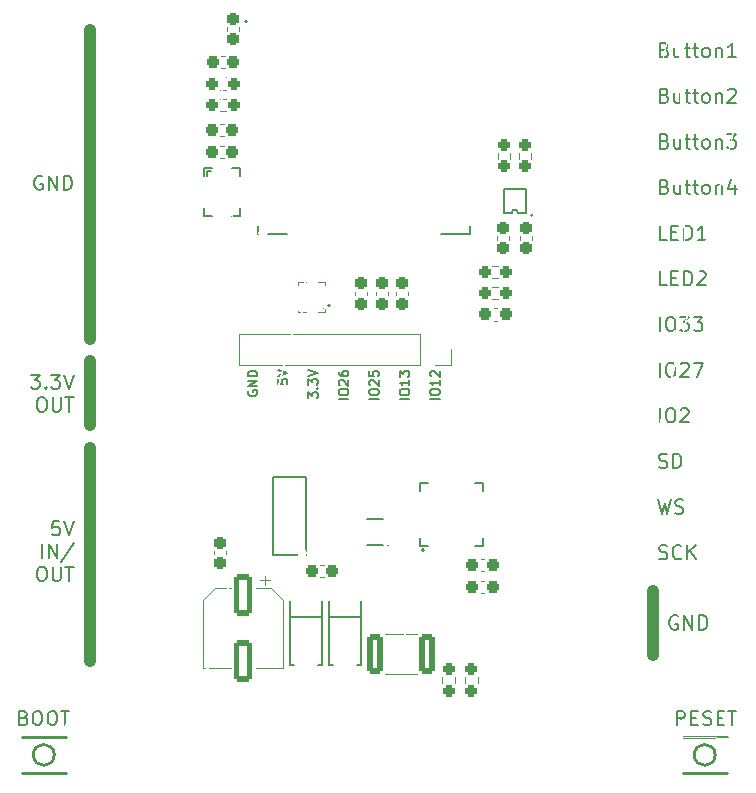
<source format=gbr>
%TF.GenerationSoftware,KiCad,Pcbnew,(6.0.6-0)*%
%TF.CreationDate,2022-07-11T10:49:36+02:00*%
%TF.ProjectId,GlowCore,476c6f77-436f-4726-952e-6b696361645f,rev?*%
%TF.SameCoordinates,Original*%
%TF.FileFunction,Legend,Top*%
%TF.FilePolarity,Positive*%
%FSLAX46Y46*%
G04 Gerber Fmt 4.6, Leading zero omitted, Abs format (unit mm)*
G04 Created by KiCad (PCBNEW (6.0.6-0)) date 2022-07-11 10:49:36*
%MOMM*%
%LPD*%
G01*
G04 APERTURE LIST*
G04 Aperture macros list*
%AMRoundRect*
0 Rectangle with rounded corners*
0 $1 Rounding radius*
0 $2 $3 $4 $5 $6 $7 $8 $9 X,Y pos of 4 corners*
0 Add a 4 corners polygon primitive as box body*
4,1,4,$2,$3,$4,$5,$6,$7,$8,$9,$2,$3,0*
0 Add four circle primitives for the rounded corners*
1,1,$1+$1,$2,$3*
1,1,$1+$1,$4,$5*
1,1,$1+$1,$6,$7*
1,1,$1+$1,$8,$9*
0 Add four rect primitives between the rounded corners*
20,1,$1+$1,$2,$3,$4,$5,0*
20,1,$1+$1,$4,$5,$6,$7,0*
20,1,$1+$1,$6,$7,$8,$9,0*
20,1,$1+$1,$8,$9,$2,$3,0*%
%AMFreePoly0*
4,1,112,3.105582,3.191654,3.458980,3.129341,3.803230,3.028022,4.134041,2.888962,4.447289,2.713894,4.739071,2.504999,5.005748,2.264881,5.243998,1.996534,5.450851,1.703301,5.623729,1.388838,5.760476,1.057065,5.859388,0.712116,5.919233,0.358291,5.939265,0.000000,5.938012,-0.089748,5.907984,-0.447339,5.838283,-0.799355,5.729777,-1.141408,5.583820,-1.469234,5.402230,-1.778747,
5.187270,-2.066090,4.941620,-2.327680,4.668342,-2.560258,4.370841,-2.760925,4.052827,-2.927179,3.718263,-3.056948,3.371318,-3.148614,3.016317,-3.201036,2.657686,-3.213560,2.299893,-3.186029,1.947399,-3.118788,1.604597,-3.012673,1.275760,-2.869007,0.964987,-2.689582,0.676150,-2.476634,0.412851,-2.232816,0.178371,-1.961168,-0.024367,-1.665076,-0.192837,-1.348230,-0.324939,-1.014580,
-0.419026,-0.668283,-0.473925,-0.313657,-0.481420,-0.134825,-0.481581,-0.134460,-0.499164,0.000000,0.505984,0.000000,0.524968,-0.289640,0.581595,-0.574324,0.674897,-0.849181,0.803276,-1.109508,0.964536,-1.350851,1.155919,-1.569081,1.374149,-1.760464,1.615492,-1.921724,1.875819,-2.050103,2.150676,-2.143405,2.435360,-2.200032,2.725000,-2.219016,3.014640,-2.200032,3.299324,-2.143405,
3.574181,-2.050103,3.834508,-1.921724,4.075851,-1.760464,4.294081,-1.569081,4.485464,-1.350851,4.646724,-1.109508,4.775103,-0.849181,4.868405,-0.574324,4.925032,-0.289640,4.944016,0.000000,4.925032,0.289640,4.868405,0.574324,4.775103,0.849181,4.646724,1.109508,4.485464,1.350851,4.294081,1.569081,4.075851,1.760464,3.834508,1.921724,3.574181,2.050103,3.299324,2.143405,
3.014640,2.200032,2.725000,2.219016,2.435360,2.200032,2.150676,2.143405,1.875819,2.050103,1.615492,1.921724,1.374149,1.760464,1.155919,1.569081,0.964536,1.350851,0.803276,1.109508,0.674897,0.849181,0.581595,0.574324,0.524968,0.289640,0.505984,0.000000,-0.499164,0.000000,-0.499963,0.006109,-0.484897,0.102868,-0.463920,0.402854,-0.399140,0.755809,-0.295421,1.099343,
-0.154055,1.429175,0.023196,1.741194,0.234123,2.031510,0.476097,2.296505,0.746101,2.532875,1.040770,2.737676,1.356433,2.908354,1.689153,3.042782,2.034784,3.139284,2.389018,3.196657,2.747440,3.214187,3.105582,3.191654,3.105582,3.191654,$1*%
G04 Aperture macros list end*
%ADD10C,1.000000*%
%ADD11C,0.200000*%
%ADD12C,0.120000*%
%ADD13C,0.127000*%
%ADD14C,0.300000*%
%ADD15C,0.254001*%
%ADD16C,0.131597*%
%ADD17C,0.059995*%
%ADD18C,0.152400*%
%ADD19C,0.100000*%
%ADD20C,0.150013*%
%ADD21C,0.151994*%
%ADD22RoundRect,0.237500X0.237500X-0.300000X0.237500X0.300000X-0.237500X0.300000X-0.237500X-0.300000X0*%
%ADD23RoundRect,0.250000X-0.550000X1.500000X-0.550000X-1.500000X0.550000X-1.500000X0.550000X1.500000X0*%
%ADD24R,2.000000X0.900000*%
%ADD25R,0.900000X2.000000*%
%ADD26R,1.330000X1.330000*%
%ADD27C,2.000000*%
%ADD28RoundRect,0.237500X0.237500X-0.250000X0.237500X0.250000X-0.237500X0.250000X-0.237500X-0.250000X0*%
%ADD29R,0.280010X0.900000*%
%ADD30R,0.900000X0.280010*%
%ADD31R,3.300000X3.300000*%
%ADD32RoundRect,0.237500X-0.237500X0.300000X-0.237500X-0.300000X0.237500X-0.300000X0.237500X0.300000X0*%
%ADD33C,3.800000*%
%ADD34FreePoly0,0.000000*%
%ADD35RoundRect,0.237500X-0.300000X-0.237500X0.300000X-0.237500X0.300000X0.237500X-0.300000X0.237500X0*%
%ADD36R,1.500000X0.900000*%
%ADD37RoundRect,0.237500X-0.250000X-0.237500X0.250000X-0.237500X0.250000X0.237500X-0.250000X0.237500X0*%
%ADD38O,0.750013X0.250013*%
%ADD39R,0.600000X0.419990*%
%ADD40RoundRect,0.237500X0.300000X0.237500X-0.300000X0.237500X-0.300000X-0.237500X0.300000X-0.237500X0*%
%ADD41RoundRect,0.250000X0.400000X1.450000X-0.400000X1.450000X-0.400000X-1.450000X0.400000X-1.450000X0*%
%ADD42R,1.620015X2.046380*%
%ADD43R,0.500000X0.280010*%
%ADD44R,0.280010X0.500000*%
%ADD45RoundRect,0.237500X0.250000X0.237500X-0.250000X0.237500X-0.250000X-0.237500X0.250000X-0.237500X0*%
%ADD46C,0.700025*%
%ADD47R,0.600000X1.300000*%
%ADD48R,0.300000X1.300000*%
%ADD49O,1.200000X1.800000*%
%ADD50O,1.200000X2.200000*%
%ADD51RoundRect,0.237500X-0.237500X0.250000X-0.237500X-0.250000X0.237500X-0.250000X0.237500X0.250000X0*%
%ADD52R,0.550013X1.050013*%
%ADD53R,1.400000X0.450013*%
%ADD54R,0.450013X2.400000*%
%ADD55R,2.470003X0.980010*%
%ADD56R,2.470003X3.600000*%
%ADD57R,1.700000X1.700000*%
%ADD58O,1.700000X1.700000*%
%ADD59C,1.300000*%
%ADD60C,0.800000*%
G04 APERTURE END LIST*
D10*
X120650000Y-73420000D02*
X120650000Y-99550000D01*
X120650000Y-101440000D02*
X120650000Y-106880000D01*
X168300000Y-120920000D02*
X168300000Y-126360000D01*
X120650000Y-108810000D02*
X120650000Y-126840000D01*
D11*
X115055714Y-131644285D02*
X115227142Y-131701428D01*
X115284285Y-131758571D01*
X115341428Y-131872857D01*
X115341428Y-132044285D01*
X115284285Y-132158571D01*
X115227142Y-132215714D01*
X115112857Y-132272857D01*
X114655714Y-132272857D01*
X114655714Y-131072857D01*
X115055714Y-131072857D01*
X115170000Y-131130000D01*
X115227142Y-131187142D01*
X115284285Y-131301428D01*
X115284285Y-131415714D01*
X115227142Y-131530000D01*
X115170000Y-131587142D01*
X115055714Y-131644285D01*
X114655714Y-131644285D01*
X116084285Y-131072857D02*
X116312857Y-131072857D01*
X116427142Y-131130000D01*
X116541428Y-131244285D01*
X116598571Y-131472857D01*
X116598571Y-131872857D01*
X116541428Y-132101428D01*
X116427142Y-132215714D01*
X116312857Y-132272857D01*
X116084285Y-132272857D01*
X115970000Y-132215714D01*
X115855714Y-132101428D01*
X115798571Y-131872857D01*
X115798571Y-131472857D01*
X115855714Y-131244285D01*
X115970000Y-131130000D01*
X116084285Y-131072857D01*
X117341428Y-131072857D02*
X117570000Y-131072857D01*
X117684285Y-131130000D01*
X117798571Y-131244285D01*
X117855714Y-131472857D01*
X117855714Y-131872857D01*
X117798571Y-132101428D01*
X117684285Y-132215714D01*
X117570000Y-132272857D01*
X117341428Y-132272857D01*
X117227142Y-132215714D01*
X117112857Y-132101428D01*
X117055714Y-131872857D01*
X117055714Y-131472857D01*
X117112857Y-131244285D01*
X117227142Y-131130000D01*
X117341428Y-131072857D01*
X118198571Y-131072857D02*
X118884285Y-131072857D01*
X118541428Y-132272857D02*
X118541428Y-131072857D01*
X134032000Y-103948571D02*
X133993904Y-104024761D01*
X133993904Y-104139047D01*
X134032000Y-104253333D01*
X134108190Y-104329523D01*
X134184380Y-104367619D01*
X134336761Y-104405714D01*
X134451047Y-104405714D01*
X134603428Y-104367619D01*
X134679619Y-104329523D01*
X134755809Y-104253333D01*
X134793904Y-104139047D01*
X134793904Y-104062857D01*
X134755809Y-103948571D01*
X134717714Y-103910476D01*
X134451047Y-103910476D01*
X134451047Y-104062857D01*
X134793904Y-103567619D02*
X133993904Y-103567619D01*
X134793904Y-103110476D01*
X133993904Y-103110476D01*
X134793904Y-102729523D02*
X133993904Y-102729523D01*
X133993904Y-102539047D01*
X134032000Y-102424761D01*
X134108190Y-102348571D01*
X134184380Y-102310476D01*
X134336761Y-102272380D01*
X134451047Y-102272380D01*
X134603428Y-102310476D01*
X134679619Y-102348571D01*
X134755809Y-102424761D01*
X134793904Y-102539047D01*
X134793904Y-102729523D01*
X136569904Y-102996190D02*
X136569904Y-103377142D01*
X136950857Y-103415238D01*
X136912761Y-103377142D01*
X136874666Y-103300952D01*
X136874666Y-103110476D01*
X136912761Y-103034285D01*
X136950857Y-102996190D01*
X137027047Y-102958095D01*
X137217523Y-102958095D01*
X137293714Y-102996190D01*
X137331809Y-103034285D01*
X137369904Y-103110476D01*
X137369904Y-103300952D01*
X137331809Y-103377142D01*
X137293714Y-103415238D01*
X136569904Y-102729523D02*
X137369904Y-102462857D01*
X136569904Y-102196190D01*
X139145904Y-104596190D02*
X139145904Y-104100952D01*
X139450666Y-104367619D01*
X139450666Y-104253333D01*
X139488761Y-104177142D01*
X139526857Y-104139047D01*
X139603047Y-104100952D01*
X139793523Y-104100952D01*
X139869714Y-104139047D01*
X139907809Y-104177142D01*
X139945904Y-104253333D01*
X139945904Y-104481904D01*
X139907809Y-104558095D01*
X139869714Y-104596190D01*
X139869714Y-103758095D02*
X139907809Y-103720000D01*
X139945904Y-103758095D01*
X139907809Y-103796190D01*
X139869714Y-103758095D01*
X139945904Y-103758095D01*
X139145904Y-103453333D02*
X139145904Y-102958095D01*
X139450666Y-103224761D01*
X139450666Y-103110476D01*
X139488761Y-103034285D01*
X139526857Y-102996190D01*
X139603047Y-102958095D01*
X139793523Y-102958095D01*
X139869714Y-102996190D01*
X139907809Y-103034285D01*
X139945904Y-103110476D01*
X139945904Y-103339047D01*
X139907809Y-103415238D01*
X139869714Y-103453333D01*
X139145904Y-102729523D02*
X139945904Y-102462857D01*
X139145904Y-102196190D01*
X142521904Y-104672380D02*
X141721904Y-104672380D01*
X141721904Y-104139047D02*
X141721904Y-103986666D01*
X141760000Y-103910476D01*
X141836190Y-103834285D01*
X141988571Y-103796190D01*
X142255238Y-103796190D01*
X142407619Y-103834285D01*
X142483809Y-103910476D01*
X142521904Y-103986666D01*
X142521904Y-104139047D01*
X142483809Y-104215238D01*
X142407619Y-104291428D01*
X142255238Y-104329523D01*
X141988571Y-104329523D01*
X141836190Y-104291428D01*
X141760000Y-104215238D01*
X141721904Y-104139047D01*
X141798095Y-103491428D02*
X141760000Y-103453333D01*
X141721904Y-103377142D01*
X141721904Y-103186666D01*
X141760000Y-103110476D01*
X141798095Y-103072380D01*
X141874285Y-103034285D01*
X141950476Y-103034285D01*
X142064761Y-103072380D01*
X142521904Y-103529523D01*
X142521904Y-103034285D01*
X141721904Y-102348571D02*
X141721904Y-102500952D01*
X141760000Y-102577142D01*
X141798095Y-102615238D01*
X141912380Y-102691428D01*
X142064761Y-102729523D01*
X142369523Y-102729523D01*
X142445714Y-102691428D01*
X142483809Y-102653333D01*
X142521904Y-102577142D01*
X142521904Y-102424761D01*
X142483809Y-102348571D01*
X142445714Y-102310476D01*
X142369523Y-102272380D01*
X142179047Y-102272380D01*
X142102857Y-102310476D01*
X142064761Y-102348571D01*
X142026666Y-102424761D01*
X142026666Y-102577142D01*
X142064761Y-102653333D01*
X142102857Y-102691428D01*
X142179047Y-102729523D01*
X145097904Y-104672380D02*
X144297904Y-104672380D01*
X144297904Y-104139047D02*
X144297904Y-103986666D01*
X144336000Y-103910476D01*
X144412190Y-103834285D01*
X144564571Y-103796190D01*
X144831238Y-103796190D01*
X144983619Y-103834285D01*
X145059809Y-103910476D01*
X145097904Y-103986666D01*
X145097904Y-104139047D01*
X145059809Y-104215238D01*
X144983619Y-104291428D01*
X144831238Y-104329523D01*
X144564571Y-104329523D01*
X144412190Y-104291428D01*
X144336000Y-104215238D01*
X144297904Y-104139047D01*
X144374095Y-103491428D02*
X144336000Y-103453333D01*
X144297904Y-103377142D01*
X144297904Y-103186666D01*
X144336000Y-103110476D01*
X144374095Y-103072380D01*
X144450285Y-103034285D01*
X144526476Y-103034285D01*
X144640761Y-103072380D01*
X145097904Y-103529523D01*
X145097904Y-103034285D01*
X144297904Y-102310476D02*
X144297904Y-102691428D01*
X144678857Y-102729523D01*
X144640761Y-102691428D01*
X144602666Y-102615238D01*
X144602666Y-102424761D01*
X144640761Y-102348571D01*
X144678857Y-102310476D01*
X144755047Y-102272380D01*
X144945523Y-102272380D01*
X145021714Y-102310476D01*
X145059809Y-102348571D01*
X145097904Y-102424761D01*
X145097904Y-102615238D01*
X145059809Y-102691428D01*
X145021714Y-102729523D01*
X147673904Y-104672380D02*
X146873904Y-104672380D01*
X146873904Y-104139047D02*
X146873904Y-103986666D01*
X146912000Y-103910476D01*
X146988190Y-103834285D01*
X147140571Y-103796190D01*
X147407238Y-103796190D01*
X147559619Y-103834285D01*
X147635809Y-103910476D01*
X147673904Y-103986666D01*
X147673904Y-104139047D01*
X147635809Y-104215238D01*
X147559619Y-104291428D01*
X147407238Y-104329523D01*
X147140571Y-104329523D01*
X146988190Y-104291428D01*
X146912000Y-104215238D01*
X146873904Y-104139047D01*
X147673904Y-103034285D02*
X147673904Y-103491428D01*
X147673904Y-103262857D02*
X146873904Y-103262857D01*
X146988190Y-103339047D01*
X147064380Y-103415238D01*
X147102476Y-103491428D01*
X146873904Y-102767619D02*
X146873904Y-102272380D01*
X147178666Y-102539047D01*
X147178666Y-102424761D01*
X147216761Y-102348571D01*
X147254857Y-102310476D01*
X147331047Y-102272380D01*
X147521523Y-102272380D01*
X147597714Y-102310476D01*
X147635809Y-102348571D01*
X147673904Y-102424761D01*
X147673904Y-102653333D01*
X147635809Y-102729523D01*
X147597714Y-102767619D01*
X150249904Y-104672380D02*
X149449904Y-104672380D01*
X149449904Y-104139047D02*
X149449904Y-103986666D01*
X149488000Y-103910476D01*
X149564190Y-103834285D01*
X149716571Y-103796190D01*
X149983238Y-103796190D01*
X150135619Y-103834285D01*
X150211809Y-103910476D01*
X150249904Y-103986666D01*
X150249904Y-104139047D01*
X150211809Y-104215238D01*
X150135619Y-104291428D01*
X149983238Y-104329523D01*
X149716571Y-104329523D01*
X149564190Y-104291428D01*
X149488000Y-104215238D01*
X149449904Y-104139047D01*
X150249904Y-103034285D02*
X150249904Y-103491428D01*
X150249904Y-103262857D02*
X149449904Y-103262857D01*
X149564190Y-103339047D01*
X149640380Y-103415238D01*
X149678476Y-103491428D01*
X149526095Y-102729523D02*
X149488000Y-102691428D01*
X149449904Y-102615238D01*
X149449904Y-102424761D01*
X149488000Y-102348571D01*
X149526095Y-102310476D01*
X149602285Y-102272380D01*
X149678476Y-102272380D01*
X149792761Y-102310476D01*
X150249904Y-102767619D01*
X150249904Y-102272380D01*
X170394285Y-123040000D02*
X170280000Y-122982857D01*
X170108571Y-122982857D01*
X169937142Y-123040000D01*
X169822857Y-123154285D01*
X169765714Y-123268571D01*
X169708571Y-123497142D01*
X169708571Y-123668571D01*
X169765714Y-123897142D01*
X169822857Y-124011428D01*
X169937142Y-124125714D01*
X170108571Y-124182857D01*
X170222857Y-124182857D01*
X170394285Y-124125714D01*
X170451428Y-124068571D01*
X170451428Y-123668571D01*
X170222857Y-123668571D01*
X170965714Y-124182857D02*
X170965714Y-122982857D01*
X171651428Y-124182857D01*
X171651428Y-122982857D01*
X172222857Y-124182857D02*
X172222857Y-122982857D01*
X172508571Y-122982857D01*
X172680000Y-123040000D01*
X172794285Y-123154285D01*
X172851428Y-123268571D01*
X172908571Y-123497142D01*
X172908571Y-123668571D01*
X172851428Y-123897142D01*
X172794285Y-124011428D01*
X172680000Y-124125714D01*
X172508571Y-124182857D01*
X172222857Y-124182857D01*
X169295714Y-75092285D02*
X169467142Y-75149428D01*
X169524285Y-75206571D01*
X169581428Y-75320857D01*
X169581428Y-75492285D01*
X169524285Y-75606571D01*
X169467142Y-75663714D01*
X169352857Y-75720857D01*
X168895714Y-75720857D01*
X168895714Y-74520857D01*
X169295714Y-74520857D01*
X169410000Y-74578000D01*
X169467142Y-74635142D01*
X169524285Y-74749428D01*
X169524285Y-74863714D01*
X169467142Y-74978000D01*
X169410000Y-75035142D01*
X169295714Y-75092285D01*
X168895714Y-75092285D01*
X170610000Y-74920857D02*
X170610000Y-75720857D01*
X170095714Y-74920857D02*
X170095714Y-75549428D01*
X170152857Y-75663714D01*
X170267142Y-75720857D01*
X170438571Y-75720857D01*
X170552857Y-75663714D01*
X170610000Y-75606571D01*
X171010000Y-74920857D02*
X171467142Y-74920857D01*
X171181428Y-74520857D02*
X171181428Y-75549428D01*
X171238571Y-75663714D01*
X171352857Y-75720857D01*
X171467142Y-75720857D01*
X171695714Y-74920857D02*
X172152857Y-74920857D01*
X171867142Y-74520857D02*
X171867142Y-75549428D01*
X171924285Y-75663714D01*
X172038571Y-75720857D01*
X172152857Y-75720857D01*
X172724285Y-75720857D02*
X172610000Y-75663714D01*
X172552857Y-75606571D01*
X172495714Y-75492285D01*
X172495714Y-75149428D01*
X172552857Y-75035142D01*
X172610000Y-74978000D01*
X172724285Y-74920857D01*
X172895714Y-74920857D01*
X173010000Y-74978000D01*
X173067142Y-75035142D01*
X173124285Y-75149428D01*
X173124285Y-75492285D01*
X173067142Y-75606571D01*
X173010000Y-75663714D01*
X172895714Y-75720857D01*
X172724285Y-75720857D01*
X173638571Y-74920857D02*
X173638571Y-75720857D01*
X173638571Y-75035142D02*
X173695714Y-74978000D01*
X173810000Y-74920857D01*
X173981428Y-74920857D01*
X174095714Y-74978000D01*
X174152857Y-75092285D01*
X174152857Y-75720857D01*
X175352857Y-75720857D02*
X174667142Y-75720857D01*
X175010000Y-75720857D02*
X175010000Y-74520857D01*
X174895714Y-74692285D01*
X174781428Y-74806571D01*
X174667142Y-74863714D01*
X169295714Y-78956285D02*
X169467142Y-79013428D01*
X169524285Y-79070571D01*
X169581428Y-79184857D01*
X169581428Y-79356285D01*
X169524285Y-79470571D01*
X169467142Y-79527714D01*
X169352857Y-79584857D01*
X168895714Y-79584857D01*
X168895714Y-78384857D01*
X169295714Y-78384857D01*
X169410000Y-78442000D01*
X169467142Y-78499142D01*
X169524285Y-78613428D01*
X169524285Y-78727714D01*
X169467142Y-78842000D01*
X169410000Y-78899142D01*
X169295714Y-78956285D01*
X168895714Y-78956285D01*
X170610000Y-78784857D02*
X170610000Y-79584857D01*
X170095714Y-78784857D02*
X170095714Y-79413428D01*
X170152857Y-79527714D01*
X170267142Y-79584857D01*
X170438571Y-79584857D01*
X170552857Y-79527714D01*
X170610000Y-79470571D01*
X171010000Y-78784857D02*
X171467142Y-78784857D01*
X171181428Y-78384857D02*
X171181428Y-79413428D01*
X171238571Y-79527714D01*
X171352857Y-79584857D01*
X171467142Y-79584857D01*
X171695714Y-78784857D02*
X172152857Y-78784857D01*
X171867142Y-78384857D02*
X171867142Y-79413428D01*
X171924285Y-79527714D01*
X172038571Y-79584857D01*
X172152857Y-79584857D01*
X172724285Y-79584857D02*
X172610000Y-79527714D01*
X172552857Y-79470571D01*
X172495714Y-79356285D01*
X172495714Y-79013428D01*
X172552857Y-78899142D01*
X172610000Y-78842000D01*
X172724285Y-78784857D01*
X172895714Y-78784857D01*
X173010000Y-78842000D01*
X173067142Y-78899142D01*
X173124285Y-79013428D01*
X173124285Y-79356285D01*
X173067142Y-79470571D01*
X173010000Y-79527714D01*
X172895714Y-79584857D01*
X172724285Y-79584857D01*
X173638571Y-78784857D02*
X173638571Y-79584857D01*
X173638571Y-78899142D02*
X173695714Y-78842000D01*
X173810000Y-78784857D01*
X173981428Y-78784857D01*
X174095714Y-78842000D01*
X174152857Y-78956285D01*
X174152857Y-79584857D01*
X174667142Y-78499142D02*
X174724285Y-78442000D01*
X174838571Y-78384857D01*
X175124285Y-78384857D01*
X175238571Y-78442000D01*
X175295714Y-78499142D01*
X175352857Y-78613428D01*
X175352857Y-78727714D01*
X175295714Y-78899142D01*
X174610000Y-79584857D01*
X175352857Y-79584857D01*
X169295714Y-82820285D02*
X169467142Y-82877428D01*
X169524285Y-82934571D01*
X169581428Y-83048857D01*
X169581428Y-83220285D01*
X169524285Y-83334571D01*
X169467142Y-83391714D01*
X169352857Y-83448857D01*
X168895714Y-83448857D01*
X168895714Y-82248857D01*
X169295714Y-82248857D01*
X169410000Y-82306000D01*
X169467142Y-82363142D01*
X169524285Y-82477428D01*
X169524285Y-82591714D01*
X169467142Y-82706000D01*
X169410000Y-82763142D01*
X169295714Y-82820285D01*
X168895714Y-82820285D01*
X170610000Y-82648857D02*
X170610000Y-83448857D01*
X170095714Y-82648857D02*
X170095714Y-83277428D01*
X170152857Y-83391714D01*
X170267142Y-83448857D01*
X170438571Y-83448857D01*
X170552857Y-83391714D01*
X170610000Y-83334571D01*
X171010000Y-82648857D02*
X171467142Y-82648857D01*
X171181428Y-82248857D02*
X171181428Y-83277428D01*
X171238571Y-83391714D01*
X171352857Y-83448857D01*
X171467142Y-83448857D01*
X171695714Y-82648857D02*
X172152857Y-82648857D01*
X171867142Y-82248857D02*
X171867142Y-83277428D01*
X171924285Y-83391714D01*
X172038571Y-83448857D01*
X172152857Y-83448857D01*
X172724285Y-83448857D02*
X172610000Y-83391714D01*
X172552857Y-83334571D01*
X172495714Y-83220285D01*
X172495714Y-82877428D01*
X172552857Y-82763142D01*
X172610000Y-82706000D01*
X172724285Y-82648857D01*
X172895714Y-82648857D01*
X173010000Y-82706000D01*
X173067142Y-82763142D01*
X173124285Y-82877428D01*
X173124285Y-83220285D01*
X173067142Y-83334571D01*
X173010000Y-83391714D01*
X172895714Y-83448857D01*
X172724285Y-83448857D01*
X173638571Y-82648857D02*
X173638571Y-83448857D01*
X173638571Y-82763142D02*
X173695714Y-82706000D01*
X173810000Y-82648857D01*
X173981428Y-82648857D01*
X174095714Y-82706000D01*
X174152857Y-82820285D01*
X174152857Y-83448857D01*
X174610000Y-82248857D02*
X175352857Y-82248857D01*
X174952857Y-82706000D01*
X175124285Y-82706000D01*
X175238571Y-82763142D01*
X175295714Y-82820285D01*
X175352857Y-82934571D01*
X175352857Y-83220285D01*
X175295714Y-83334571D01*
X175238571Y-83391714D01*
X175124285Y-83448857D01*
X174781428Y-83448857D01*
X174667142Y-83391714D01*
X174610000Y-83334571D01*
X169295714Y-86684285D02*
X169467142Y-86741428D01*
X169524285Y-86798571D01*
X169581428Y-86912857D01*
X169581428Y-87084285D01*
X169524285Y-87198571D01*
X169467142Y-87255714D01*
X169352857Y-87312857D01*
X168895714Y-87312857D01*
X168895714Y-86112857D01*
X169295714Y-86112857D01*
X169410000Y-86170000D01*
X169467142Y-86227142D01*
X169524285Y-86341428D01*
X169524285Y-86455714D01*
X169467142Y-86570000D01*
X169410000Y-86627142D01*
X169295714Y-86684285D01*
X168895714Y-86684285D01*
X170610000Y-86512857D02*
X170610000Y-87312857D01*
X170095714Y-86512857D02*
X170095714Y-87141428D01*
X170152857Y-87255714D01*
X170267142Y-87312857D01*
X170438571Y-87312857D01*
X170552857Y-87255714D01*
X170610000Y-87198571D01*
X171010000Y-86512857D02*
X171467142Y-86512857D01*
X171181428Y-86112857D02*
X171181428Y-87141428D01*
X171238571Y-87255714D01*
X171352857Y-87312857D01*
X171467142Y-87312857D01*
X171695714Y-86512857D02*
X172152857Y-86512857D01*
X171867142Y-86112857D02*
X171867142Y-87141428D01*
X171924285Y-87255714D01*
X172038571Y-87312857D01*
X172152857Y-87312857D01*
X172724285Y-87312857D02*
X172610000Y-87255714D01*
X172552857Y-87198571D01*
X172495714Y-87084285D01*
X172495714Y-86741428D01*
X172552857Y-86627142D01*
X172610000Y-86570000D01*
X172724285Y-86512857D01*
X172895714Y-86512857D01*
X173010000Y-86570000D01*
X173067142Y-86627142D01*
X173124285Y-86741428D01*
X173124285Y-87084285D01*
X173067142Y-87198571D01*
X173010000Y-87255714D01*
X172895714Y-87312857D01*
X172724285Y-87312857D01*
X173638571Y-86512857D02*
X173638571Y-87312857D01*
X173638571Y-86627142D02*
X173695714Y-86570000D01*
X173810000Y-86512857D01*
X173981428Y-86512857D01*
X174095714Y-86570000D01*
X174152857Y-86684285D01*
X174152857Y-87312857D01*
X175238571Y-86512857D02*
X175238571Y-87312857D01*
X174952857Y-86055714D02*
X174667142Y-86912857D01*
X175410000Y-86912857D01*
X169467142Y-91176857D02*
X168895714Y-91176857D01*
X168895714Y-89976857D01*
X169867142Y-90548285D02*
X170267142Y-90548285D01*
X170438571Y-91176857D02*
X169867142Y-91176857D01*
X169867142Y-89976857D01*
X170438571Y-89976857D01*
X170952857Y-91176857D02*
X170952857Y-89976857D01*
X171238571Y-89976857D01*
X171410000Y-90034000D01*
X171524285Y-90148285D01*
X171581428Y-90262571D01*
X171638571Y-90491142D01*
X171638571Y-90662571D01*
X171581428Y-90891142D01*
X171524285Y-91005428D01*
X171410000Y-91119714D01*
X171238571Y-91176857D01*
X170952857Y-91176857D01*
X172781428Y-91176857D02*
X172095714Y-91176857D01*
X172438571Y-91176857D02*
X172438571Y-89976857D01*
X172324285Y-90148285D01*
X172210000Y-90262571D01*
X172095714Y-90319714D01*
X169467142Y-95040857D02*
X168895714Y-95040857D01*
X168895714Y-93840857D01*
X169867142Y-94412285D02*
X170267142Y-94412285D01*
X170438571Y-95040857D02*
X169867142Y-95040857D01*
X169867142Y-93840857D01*
X170438571Y-93840857D01*
X170952857Y-95040857D02*
X170952857Y-93840857D01*
X171238571Y-93840857D01*
X171410000Y-93898000D01*
X171524285Y-94012285D01*
X171581428Y-94126571D01*
X171638571Y-94355142D01*
X171638571Y-94526571D01*
X171581428Y-94755142D01*
X171524285Y-94869428D01*
X171410000Y-94983714D01*
X171238571Y-95040857D01*
X170952857Y-95040857D01*
X172095714Y-93955142D02*
X172152857Y-93898000D01*
X172267142Y-93840857D01*
X172552857Y-93840857D01*
X172667142Y-93898000D01*
X172724285Y-93955142D01*
X172781428Y-94069428D01*
X172781428Y-94183714D01*
X172724285Y-94355142D01*
X172038571Y-95040857D01*
X172781428Y-95040857D01*
X168895714Y-98904857D02*
X168895714Y-97704857D01*
X169695714Y-97704857D02*
X169924285Y-97704857D01*
X170038571Y-97762000D01*
X170152857Y-97876285D01*
X170210000Y-98104857D01*
X170210000Y-98504857D01*
X170152857Y-98733428D01*
X170038571Y-98847714D01*
X169924285Y-98904857D01*
X169695714Y-98904857D01*
X169581428Y-98847714D01*
X169467142Y-98733428D01*
X169410000Y-98504857D01*
X169410000Y-98104857D01*
X169467142Y-97876285D01*
X169581428Y-97762000D01*
X169695714Y-97704857D01*
X170610000Y-97704857D02*
X171352857Y-97704857D01*
X170952857Y-98162000D01*
X171124285Y-98162000D01*
X171238571Y-98219142D01*
X171295714Y-98276285D01*
X171352857Y-98390571D01*
X171352857Y-98676285D01*
X171295714Y-98790571D01*
X171238571Y-98847714D01*
X171124285Y-98904857D01*
X170781428Y-98904857D01*
X170667142Y-98847714D01*
X170610000Y-98790571D01*
X171752857Y-97704857D02*
X172495714Y-97704857D01*
X172095714Y-98162000D01*
X172267142Y-98162000D01*
X172381428Y-98219142D01*
X172438571Y-98276285D01*
X172495714Y-98390571D01*
X172495714Y-98676285D01*
X172438571Y-98790571D01*
X172381428Y-98847714D01*
X172267142Y-98904857D01*
X171924285Y-98904857D01*
X171810000Y-98847714D01*
X171752857Y-98790571D01*
X168895714Y-102768857D02*
X168895714Y-101568857D01*
X169695714Y-101568857D02*
X169924285Y-101568857D01*
X170038571Y-101626000D01*
X170152857Y-101740285D01*
X170210000Y-101968857D01*
X170210000Y-102368857D01*
X170152857Y-102597428D01*
X170038571Y-102711714D01*
X169924285Y-102768857D01*
X169695714Y-102768857D01*
X169581428Y-102711714D01*
X169467142Y-102597428D01*
X169410000Y-102368857D01*
X169410000Y-101968857D01*
X169467142Y-101740285D01*
X169581428Y-101626000D01*
X169695714Y-101568857D01*
X170667142Y-101683142D02*
X170724285Y-101626000D01*
X170838571Y-101568857D01*
X171124285Y-101568857D01*
X171238571Y-101626000D01*
X171295714Y-101683142D01*
X171352857Y-101797428D01*
X171352857Y-101911714D01*
X171295714Y-102083142D01*
X170610000Y-102768857D01*
X171352857Y-102768857D01*
X171752857Y-101568857D02*
X172552857Y-101568857D01*
X172038571Y-102768857D01*
X168895714Y-106632857D02*
X168895714Y-105432857D01*
X169695714Y-105432857D02*
X169924285Y-105432857D01*
X170038571Y-105490000D01*
X170152857Y-105604285D01*
X170210000Y-105832857D01*
X170210000Y-106232857D01*
X170152857Y-106461428D01*
X170038571Y-106575714D01*
X169924285Y-106632857D01*
X169695714Y-106632857D01*
X169581428Y-106575714D01*
X169467142Y-106461428D01*
X169410000Y-106232857D01*
X169410000Y-105832857D01*
X169467142Y-105604285D01*
X169581428Y-105490000D01*
X169695714Y-105432857D01*
X170667142Y-105547142D02*
X170724285Y-105490000D01*
X170838571Y-105432857D01*
X171124285Y-105432857D01*
X171238571Y-105490000D01*
X171295714Y-105547142D01*
X171352857Y-105661428D01*
X171352857Y-105775714D01*
X171295714Y-105947142D01*
X170610000Y-106632857D01*
X171352857Y-106632857D01*
X168838571Y-110439714D02*
X169010000Y-110496857D01*
X169295714Y-110496857D01*
X169410000Y-110439714D01*
X169467142Y-110382571D01*
X169524285Y-110268285D01*
X169524285Y-110154000D01*
X169467142Y-110039714D01*
X169410000Y-109982571D01*
X169295714Y-109925428D01*
X169067142Y-109868285D01*
X168952857Y-109811142D01*
X168895714Y-109754000D01*
X168838571Y-109639714D01*
X168838571Y-109525428D01*
X168895714Y-109411142D01*
X168952857Y-109354000D01*
X169067142Y-109296857D01*
X169352857Y-109296857D01*
X169524285Y-109354000D01*
X170038571Y-110496857D02*
X170038571Y-109296857D01*
X170324285Y-109296857D01*
X170495714Y-109354000D01*
X170610000Y-109468285D01*
X170667142Y-109582571D01*
X170724285Y-109811142D01*
X170724285Y-109982571D01*
X170667142Y-110211142D01*
X170610000Y-110325428D01*
X170495714Y-110439714D01*
X170324285Y-110496857D01*
X170038571Y-110496857D01*
X168781428Y-113160857D02*
X169067142Y-114360857D01*
X169295714Y-113503714D01*
X169524285Y-114360857D01*
X169810000Y-113160857D01*
X170210000Y-114303714D02*
X170381428Y-114360857D01*
X170667142Y-114360857D01*
X170781428Y-114303714D01*
X170838571Y-114246571D01*
X170895714Y-114132285D01*
X170895714Y-114018000D01*
X170838571Y-113903714D01*
X170781428Y-113846571D01*
X170667142Y-113789428D01*
X170438571Y-113732285D01*
X170324285Y-113675142D01*
X170267142Y-113618000D01*
X170210000Y-113503714D01*
X170210000Y-113389428D01*
X170267142Y-113275142D01*
X170324285Y-113218000D01*
X170438571Y-113160857D01*
X170724285Y-113160857D01*
X170895714Y-113218000D01*
X168838571Y-118167714D02*
X169010000Y-118224857D01*
X169295714Y-118224857D01*
X169410000Y-118167714D01*
X169467142Y-118110571D01*
X169524285Y-117996285D01*
X169524285Y-117882000D01*
X169467142Y-117767714D01*
X169410000Y-117710571D01*
X169295714Y-117653428D01*
X169067142Y-117596285D01*
X168952857Y-117539142D01*
X168895714Y-117482000D01*
X168838571Y-117367714D01*
X168838571Y-117253428D01*
X168895714Y-117139142D01*
X168952857Y-117082000D01*
X169067142Y-117024857D01*
X169352857Y-117024857D01*
X169524285Y-117082000D01*
X170724285Y-118110571D02*
X170667142Y-118167714D01*
X170495714Y-118224857D01*
X170381428Y-118224857D01*
X170210000Y-118167714D01*
X170095714Y-118053428D01*
X170038571Y-117939142D01*
X169981428Y-117710571D01*
X169981428Y-117539142D01*
X170038571Y-117310571D01*
X170095714Y-117196285D01*
X170210000Y-117082000D01*
X170381428Y-117024857D01*
X170495714Y-117024857D01*
X170667142Y-117082000D01*
X170724285Y-117139142D01*
X171238571Y-118224857D02*
X171238571Y-117024857D01*
X171924285Y-118224857D02*
X171410000Y-117539142D01*
X171924285Y-117024857D02*
X171238571Y-117710571D01*
X118055714Y-115000857D02*
X117484285Y-115000857D01*
X117427142Y-115572285D01*
X117484285Y-115515142D01*
X117598571Y-115458000D01*
X117884285Y-115458000D01*
X117998571Y-115515142D01*
X118055714Y-115572285D01*
X118112857Y-115686571D01*
X118112857Y-115972285D01*
X118055714Y-116086571D01*
X117998571Y-116143714D01*
X117884285Y-116200857D01*
X117598571Y-116200857D01*
X117484285Y-116143714D01*
X117427142Y-116086571D01*
X118455714Y-115000857D02*
X118855714Y-116200857D01*
X119255714Y-115000857D01*
X116570000Y-118132857D02*
X116570000Y-116932857D01*
X117141428Y-118132857D02*
X117141428Y-116932857D01*
X117827142Y-118132857D01*
X117827142Y-116932857D01*
X119255714Y-116875714D02*
X118227142Y-118418571D01*
X116455714Y-118864857D02*
X116684285Y-118864857D01*
X116798571Y-118922000D01*
X116912857Y-119036285D01*
X116970000Y-119264857D01*
X116970000Y-119664857D01*
X116912857Y-119893428D01*
X116798571Y-120007714D01*
X116684285Y-120064857D01*
X116455714Y-120064857D01*
X116341428Y-120007714D01*
X116227142Y-119893428D01*
X116170000Y-119664857D01*
X116170000Y-119264857D01*
X116227142Y-119036285D01*
X116341428Y-118922000D01*
X116455714Y-118864857D01*
X117484285Y-118864857D02*
X117484285Y-119836285D01*
X117541428Y-119950571D01*
X117598571Y-120007714D01*
X117712857Y-120064857D01*
X117941428Y-120064857D01*
X118055714Y-120007714D01*
X118112857Y-119950571D01*
X118170000Y-119836285D01*
X118170000Y-118864857D01*
X118570000Y-118864857D02*
X119255714Y-118864857D01*
X118912857Y-120064857D02*
X118912857Y-118864857D01*
X115655714Y-102586857D02*
X116398571Y-102586857D01*
X115998571Y-103044000D01*
X116170000Y-103044000D01*
X116284285Y-103101142D01*
X116341428Y-103158285D01*
X116398571Y-103272571D01*
X116398571Y-103558285D01*
X116341428Y-103672571D01*
X116284285Y-103729714D01*
X116170000Y-103786857D01*
X115827142Y-103786857D01*
X115712857Y-103729714D01*
X115655714Y-103672571D01*
X116912857Y-103672571D02*
X116970000Y-103729714D01*
X116912857Y-103786857D01*
X116855714Y-103729714D01*
X116912857Y-103672571D01*
X116912857Y-103786857D01*
X117370000Y-102586857D02*
X118112857Y-102586857D01*
X117712857Y-103044000D01*
X117884285Y-103044000D01*
X117998571Y-103101142D01*
X118055714Y-103158285D01*
X118112857Y-103272571D01*
X118112857Y-103558285D01*
X118055714Y-103672571D01*
X117998571Y-103729714D01*
X117884285Y-103786857D01*
X117541428Y-103786857D01*
X117427142Y-103729714D01*
X117370000Y-103672571D01*
X118455714Y-102586857D02*
X118855714Y-103786857D01*
X119255714Y-102586857D01*
X116455714Y-104518857D02*
X116684285Y-104518857D01*
X116798571Y-104576000D01*
X116912857Y-104690285D01*
X116970000Y-104918857D01*
X116970000Y-105318857D01*
X116912857Y-105547428D01*
X116798571Y-105661714D01*
X116684285Y-105718857D01*
X116455714Y-105718857D01*
X116341428Y-105661714D01*
X116227142Y-105547428D01*
X116170000Y-105318857D01*
X116170000Y-104918857D01*
X116227142Y-104690285D01*
X116341428Y-104576000D01*
X116455714Y-104518857D01*
X117484285Y-104518857D02*
X117484285Y-105490285D01*
X117541428Y-105604571D01*
X117598571Y-105661714D01*
X117712857Y-105718857D01*
X117941428Y-105718857D01*
X118055714Y-105661714D01*
X118112857Y-105604571D01*
X118170000Y-105490285D01*
X118170000Y-104518857D01*
X118570000Y-104518857D02*
X119255714Y-104518857D01*
X118912857Y-105718857D02*
X118912857Y-104518857D01*
X171041428Y-132272857D02*
X170641428Y-131701428D01*
X170355714Y-132272857D02*
X170355714Y-131072857D01*
X170812857Y-131072857D01*
X170927142Y-131130000D01*
X170984285Y-131187142D01*
X171041428Y-131301428D01*
X171041428Y-131472857D01*
X170984285Y-131587142D01*
X170927142Y-131644285D01*
X170812857Y-131701428D01*
X170355714Y-131701428D01*
X171555714Y-131644285D02*
X171955714Y-131644285D01*
X172127142Y-132272857D02*
X171555714Y-132272857D01*
X171555714Y-131072857D01*
X172127142Y-131072857D01*
X172584285Y-132215714D02*
X172755714Y-132272857D01*
X173041428Y-132272857D01*
X173155714Y-132215714D01*
X173212857Y-132158571D01*
X173270000Y-132044285D01*
X173270000Y-131930000D01*
X173212857Y-131815714D01*
X173155714Y-131758571D01*
X173041428Y-131701428D01*
X172812857Y-131644285D01*
X172698571Y-131587142D01*
X172641428Y-131530000D01*
X172584285Y-131415714D01*
X172584285Y-131301428D01*
X172641428Y-131187142D01*
X172698571Y-131130000D01*
X172812857Y-131072857D01*
X173098571Y-131072857D01*
X173270000Y-131130000D01*
X173784285Y-131644285D02*
X174184285Y-131644285D01*
X174355714Y-132272857D02*
X173784285Y-132272857D01*
X173784285Y-131072857D01*
X174355714Y-131072857D01*
X174698571Y-131072857D02*
X175384285Y-131072857D01*
X175041428Y-132272857D02*
X175041428Y-131072857D01*
X116627142Y-85810000D02*
X116512857Y-85752857D01*
X116341428Y-85752857D01*
X116170000Y-85810000D01*
X116055714Y-85924285D01*
X115998571Y-86038571D01*
X115941428Y-86267142D01*
X115941428Y-86438571D01*
X115998571Y-86667142D01*
X116055714Y-86781428D01*
X116170000Y-86895714D01*
X116341428Y-86952857D01*
X116455714Y-86952857D01*
X116627142Y-86895714D01*
X116684285Y-86838571D01*
X116684285Y-86438571D01*
X116455714Y-86438571D01*
X117198571Y-86952857D02*
X117198571Y-85752857D01*
X117884285Y-86952857D01*
X117884285Y-85752857D01*
X118455714Y-86952857D02*
X118455714Y-85752857D01*
X118741428Y-85752857D01*
X118912857Y-85810000D01*
X119027142Y-85924285D01*
X119084285Y-86038571D01*
X119141428Y-86267142D01*
X119141428Y-86438571D01*
X119084285Y-86667142D01*
X119027142Y-86781428D01*
X118912857Y-86895714D01*
X118741428Y-86952857D01*
X118455714Y-86952857D01*
D12*
%TO.C,C8*%
X143100000Y-95866267D02*
X143100000Y-95573733D01*
X144120000Y-95866267D02*
X144120000Y-95573733D01*
%TO.C,C4*%
X137030000Y-121704437D02*
X137030000Y-127460000D01*
X131274437Y-120640000D02*
X132560000Y-120640000D01*
X135965563Y-120640000D02*
X137030000Y-121704437D01*
X135861250Y-120006250D02*
X135073750Y-120006250D01*
X137030000Y-127460000D02*
X134680000Y-127460000D01*
X130210000Y-121704437D02*
X130210000Y-127460000D01*
X135965563Y-120640000D02*
X134680000Y-120640000D01*
X130210000Y-127460000D02*
X132560000Y-127460000D01*
X135467500Y-119612500D02*
X135467500Y-120400000D01*
X131274437Y-120640000D02*
X130210000Y-121704437D01*
D13*
%TO.C,U7*%
X134857600Y-90026700D02*
X134857600Y-90676700D01*
X152857600Y-90676700D02*
X152857600Y-90026700D01*
X134857600Y-90676700D02*
X137307600Y-90676700D01*
X150407600Y-90676700D02*
X152857600Y-90676700D01*
D11*
X133957600Y-72676700D02*
G75*
G03*
X133957600Y-72676700I-100000J0D01*
G01*
D12*
%TO.C,R1*%
X155167500Y-84304724D02*
X155167500Y-83795276D01*
X156212500Y-84304724D02*
X156212500Y-83795276D01*
D11*
%TO.C,U13*%
X153929784Y-111804943D02*
X153279797Y-111804943D01*
X149279797Y-111804943D02*
X148629810Y-111804943D01*
X153929784Y-117104917D02*
X153929784Y-116454930D01*
X149279797Y-117104917D02*
X148629810Y-117104917D01*
X153929784Y-112454930D02*
X153929784Y-111804943D01*
X153279797Y-117104917D02*
X153929784Y-117104917D01*
X148629810Y-111804943D02*
X148629810Y-112454930D01*
X148629810Y-117104917D02*
X148629810Y-116454930D01*
D14*
X148831232Y-117454676D02*
G75*
G03*
X148828692Y-117454676I-1270J-161288D01*
G01*
D12*
%TO.C,C3*%
X133300000Y-73188733D02*
X133300000Y-73481267D01*
X132280000Y-73188733D02*
X132280000Y-73481267D01*
%TO.C,C11*%
X140140933Y-119711850D02*
X140433467Y-119711850D01*
X140140933Y-118691850D02*
X140433467Y-118691850D01*
D15*
%TO.C,SW2*%
X118589987Y-133290000D02*
X114890013Y-133290000D01*
X118589987Y-136290000D02*
X114889987Y-136290000D01*
X117629002Y-134790000D02*
G75*
G03*
X117629002Y-134790000I-889002J0D01*
G01*
D12*
%TO.C,C7*%
X153726030Y-121104930D02*
X154018564Y-121104930D01*
X153726030Y-120084930D02*
X154018564Y-120084930D01*
%TO.C,R7*%
X154717476Y-96224350D02*
X155226924Y-96224350D01*
X154717476Y-95179350D02*
X155226924Y-95179350D01*
D11*
%TO.C,U8*%
X157528042Y-86859751D02*
X155728017Y-86859751D01*
X156882068Y-88875753D02*
X157528042Y-88875753D01*
X156374067Y-88875753D02*
X155728017Y-88875753D01*
X155728017Y-86859751D02*
X155728017Y-88859700D01*
X157528042Y-88859700D02*
X157528042Y-86859751D01*
X156882043Y-88875728D02*
G75*
G03*
X156374041Y-88875728I-254001J0D01*
G01*
D16*
X158116367Y-89112352D02*
G75*
G03*
X158116367Y-89112352I-65798J0D01*
G01*
D12*
%TO.C,C6*%
X132140000Y-117816267D02*
X132140000Y-117523733D01*
X131120000Y-117816267D02*
X131120000Y-117523733D01*
D11*
%TO.C,U14*%
X144070000Y-114850000D02*
X145470000Y-114850000D01*
X144070000Y-117050000D02*
X145470000Y-117050000D01*
X145863472Y-117044209D02*
G75*
G03*
X145860932Y-117044209I-1270J-134405D01*
G01*
D17*
X145853439Y-117049924D02*
G75*
G03*
X145853439Y-117049924I-29997J0D01*
G01*
D12*
%TO.C,C2*%
X155139700Y-90895583D02*
X155139700Y-91188117D01*
X156159700Y-90895583D02*
X156159700Y-91188117D01*
%TO.C,C12*%
X131976267Y-82360000D02*
X131683733Y-82360000D01*
X131976267Y-81340000D02*
X131683733Y-81340000D01*
%TO.C,F1*%
X148366252Y-127950000D02*
X145593748Y-127950000D01*
X148366252Y-124530000D02*
X145593748Y-124530000D01*
D18*
%TO.C,U35*%
X137576297Y-127171168D02*
X137926792Y-127171168D01*
X140303703Y-127171168D02*
X139953208Y-127171168D01*
X140303703Y-121768832D02*
X140303703Y-127171168D01*
X137576297Y-121768832D02*
X137576297Y-127171168D01*
X140303703Y-123131036D02*
X137576297Y-123131036D01*
D17*
X137595093Y-121669873D02*
G75*
G03*
X137595093Y-121669873I-29972J0D01*
G01*
D12*
%TO.C,C15*%
X131986267Y-84290000D02*
X131693733Y-84290000D01*
X131986267Y-83270000D02*
X131693733Y-83270000D01*
D19*
%TO.C,U11*%
X138266998Y-97006002D02*
X138266998Y-97260003D01*
X140553002Y-94719997D02*
X140553002Y-94973998D01*
X139918001Y-94719997D02*
X140553002Y-94719997D01*
X138266998Y-97260003D02*
X138901999Y-97260003D01*
X138266998Y-94719997D02*
X138901999Y-94719997D01*
X140553002Y-97260003D02*
X140553002Y-97034120D01*
X139918001Y-97260003D02*
X140553002Y-97260003D01*
X138266998Y-94973998D02*
X138266998Y-94719997D01*
D20*
X140942386Y-96740064D02*
G75*
G03*
X140942386Y-96740064I-74931J0D01*
G01*
D17*
X140439997Y-96990000D02*
G75*
G03*
X140439997Y-96990000I-29997J0D01*
G01*
D12*
%TO.C,C13*%
X132046267Y-76665000D02*
X131753733Y-76665000D01*
X132046267Y-75645000D02*
X131753733Y-75645000D01*
%TO.C,R8*%
X156967500Y-84304724D02*
X156967500Y-83795276D01*
X158012500Y-84304724D02*
X158012500Y-83795276D01*
%TO.C,R6*%
X132154724Y-79222500D02*
X131645276Y-79222500D01*
X132154724Y-80267500D02*
X131645276Y-80267500D01*
%TO.C,R4*%
X131645276Y-78472500D02*
X132154724Y-78472500D01*
X131645276Y-77427500D02*
X132154724Y-77427500D01*
%TO.C,C5*%
X154018564Y-119224930D02*
X153726030Y-119224930D01*
X154018564Y-118204930D02*
X153726030Y-118204930D01*
%TO.C,R2*%
X153472500Y-128205276D02*
X153472500Y-128714724D01*
X152427500Y-128205276D02*
X152427500Y-128714724D01*
D21*
%TO.C,U15*%
X130530025Y-85334892D02*
X130930025Y-85334892D01*
X130971935Y-89134867D02*
X130330050Y-89134867D01*
X133350091Y-88482009D02*
X133350091Y-89114903D01*
X133350091Y-89114903D02*
X133330050Y-89134867D01*
X130328933Y-85135858D02*
X130328933Y-85496589D01*
X130330050Y-88492982D02*
X130330050Y-89134867D01*
X133330050Y-89134867D02*
X132688166Y-89134867D01*
X133350091Y-85134867D02*
X132688166Y-85134867D01*
X130971554Y-85135858D02*
X130328933Y-85135858D01*
X130530025Y-85734892D02*
X130530025Y-85334892D01*
X130330050Y-85497199D02*
X130330050Y-85776752D01*
X133350091Y-85134867D02*
X133350091Y-85787725D01*
D17*
X130360022Y-85134892D02*
G75*
G03*
X130360022Y-85134892I-29997J0D01*
G01*
D12*
%TO.C,C14*%
X154825933Y-96991850D02*
X155118467Y-96991850D01*
X154825933Y-98011850D02*
X155118467Y-98011850D01*
%TO.C,C1*%
X158089700Y-90895583D02*
X158089700Y-91188117D01*
X157069700Y-90895583D02*
X157069700Y-91188117D01*
%TO.C,R5*%
X155226924Y-94424350D02*
X154717476Y-94424350D01*
X155226924Y-93379350D02*
X154717476Y-93379350D01*
D18*
%TO.C,U12*%
X136165800Y-111245637D02*
X138908600Y-111245637D01*
X138908600Y-111245637D02*
X138908600Y-117898063D01*
X138908600Y-117898063D02*
X136165800Y-117898063D01*
X136165800Y-117898063D02*
X136165800Y-111245637D01*
D15*
%TO.C,SW1*%
X174549987Y-133290000D02*
X170850013Y-133290000D01*
X174549987Y-136290000D02*
X170849987Y-136290000D01*
X173589002Y-134790000D02*
G75*
G03*
X173589002Y-134790000I-889002J0D01*
G01*
D12*
%TO.C,C10*%
X145845000Y-95866267D02*
X145845000Y-95573733D01*
X144825000Y-95866267D02*
X144825000Y-95573733D01*
D18*
%TO.C,U34*%
X143613703Y-121768832D02*
X143613703Y-127171168D01*
X143613703Y-127171168D02*
X143263208Y-127171168D01*
X140886297Y-127171168D02*
X141236792Y-127171168D01*
X143613703Y-123131036D02*
X140886297Y-123131036D01*
X140886297Y-121768832D02*
X140886297Y-127171168D01*
D17*
X140905093Y-121669873D02*
G75*
G03*
X140905093Y-121669873I-29972J0D01*
G01*
D12*
%TO.C,J1*%
X148590000Y-99115000D02*
X133290000Y-99115000D01*
X148590000Y-99115000D02*
X148590000Y-101775000D01*
X151190000Y-101775000D02*
X149860000Y-101775000D01*
X151190000Y-100445000D02*
X151190000Y-101775000D01*
X133290000Y-99115000D02*
X133290000Y-101775000D01*
X148590000Y-101775000D02*
X133290000Y-101775000D01*
%TO.C,C9*%
X147570000Y-95866267D02*
X147570000Y-95573733D01*
X146550000Y-95866267D02*
X146550000Y-95573733D01*
%TO.C,R3*%
X151532500Y-128195276D02*
X151532500Y-128704724D01*
X150487500Y-128195276D02*
X150487500Y-128704724D01*
%TD*%
%LPC*%
D22*
%TO.C,C8*%
X143610000Y-96582500D03*
X143610000Y-94857500D03*
%TD*%
D23*
%TO.C,C4*%
X133620000Y-121250000D03*
X133620000Y-126850000D03*
%TD*%
D24*
%TO.C,U7*%
X135357600Y-72666700D03*
X135357600Y-73936700D03*
X135357600Y-75206700D03*
X135357600Y-76476700D03*
X135357600Y-77746700D03*
X135357600Y-79016700D03*
X135357600Y-80286700D03*
X135357600Y-81556700D03*
X135357600Y-82826700D03*
X135357600Y-84096700D03*
X135357600Y-85366700D03*
X135357600Y-86636700D03*
X135357600Y-87906700D03*
X135357600Y-89176700D03*
D25*
X138142600Y-90176700D03*
X139412600Y-90176700D03*
X140682600Y-90176700D03*
X141952600Y-90176700D03*
X143222600Y-90176700D03*
X144492600Y-90176700D03*
X145762600Y-90176700D03*
X147032600Y-90176700D03*
X148302600Y-90176700D03*
X149572600Y-90176700D03*
D24*
X152357600Y-89176700D03*
X152357600Y-87906700D03*
X152357600Y-86636700D03*
X152357600Y-85366700D03*
X152357600Y-84096700D03*
X152357600Y-82826700D03*
X152357600Y-81556700D03*
X152357600Y-80286700D03*
X152357600Y-79016700D03*
X152357600Y-77746700D03*
X152357600Y-76476700D03*
X152357600Y-75206700D03*
X152357600Y-73936700D03*
X152357600Y-72666700D03*
D26*
X142857600Y-80166700D03*
X141022600Y-80166700D03*
X144692600Y-78331700D03*
X142857600Y-78331700D03*
X144692600Y-80166700D03*
X144692600Y-82001700D03*
X142857600Y-82001700D03*
X141022600Y-82001700D03*
X141022600Y-78331700D03*
%TD*%
D27*
%TO.C,U20*%
X124470010Y-90746797D03*
X124470010Y-94246670D03*
%TD*%
D28*
%TO.C,R1*%
X155690000Y-84962500D03*
X155690000Y-83137500D03*
%TD*%
D29*
%TO.C,U13*%
X149778730Y-116954879D03*
X150279111Y-116954879D03*
X150779492Y-116954879D03*
X151279873Y-116954879D03*
X151780254Y-116954879D03*
X152280635Y-116954879D03*
X152781016Y-116954879D03*
D30*
X153780000Y-115956149D03*
X153780000Y-115455768D03*
X153780000Y-114955387D03*
X153780000Y-114455006D03*
X153780000Y-113954625D03*
X153780000Y-113454244D03*
X153780000Y-112953863D03*
D29*
X152781016Y-111954879D03*
X152280635Y-111954879D03*
X151780254Y-111954879D03*
X151279873Y-111954879D03*
X150779492Y-111954879D03*
X150279111Y-111954879D03*
X149778730Y-111954879D03*
D30*
X148780000Y-112953863D03*
X148780000Y-113454244D03*
X148780000Y-113954625D03*
X148780000Y-114455006D03*
X148780000Y-114955387D03*
X148780000Y-115455768D03*
X148780000Y-115956149D03*
D31*
X151279873Y-114455006D03*
%TD*%
D32*
%TO.C,C3*%
X132790000Y-72472500D03*
X132790000Y-74197500D03*
%TD*%
D33*
%TO.C,U3*%
X124397170Y-133640000D03*
D34*
X121669400Y-133637460D03*
%TD*%
D33*
%TO.C,U4*%
X165057230Y-133640000D03*
D34*
X162329460Y-133637460D03*
%TD*%
D35*
%TO.C,C11*%
X139424700Y-119201850D03*
X141149700Y-119201850D03*
%TD*%
D27*
%TO.C,U25*%
X164479987Y-109923294D03*
X164479987Y-106423421D03*
%TD*%
D33*
%TO.C,U30*%
X157460000Y-133640000D03*
D34*
X154732230Y-133637460D03*
%TD*%
D36*
%TO.C,SW2*%
X114840076Y-135540064D03*
X118639924Y-135540064D03*
X118639924Y-134039936D03*
X114840076Y-134039936D03*
%TD*%
D35*
%TO.C,C7*%
X153009797Y-120594930D03*
X154734797Y-120594930D03*
%TD*%
D33*
%TO.C,U33*%
X131969970Y-133640000D03*
D34*
X129242200Y-133637460D03*
%TD*%
D37*
%TO.C,R7*%
X154059700Y-95701850D03*
X155884700Y-95701850D03*
%TD*%
D27*
%TO.C,U18*%
X124470010Y-106383495D03*
X124470010Y-109883368D03*
%TD*%
%TO.C,U27*%
X164479987Y-94286596D03*
X164479987Y-90786723D03*
%TD*%
D38*
%TO.C,U8*%
X158178080Y-88609713D03*
X158178080Y-88109586D03*
X158178080Y-87609713D03*
X158178080Y-87109586D03*
X155078258Y-87109586D03*
X155078258Y-87609713D03*
X155078258Y-88109586D03*
X155078258Y-88609713D03*
%TD*%
D27*
%TO.C,U17*%
X124470010Y-114201844D03*
X124470010Y-117701717D03*
%TD*%
D22*
%TO.C,C6*%
X131630000Y-118532500D03*
X131630000Y-116807500D03*
%TD*%
D39*
%TO.C,U14*%
X145719962Y-116599987D03*
X145719962Y-115950000D03*
X145719962Y-115300013D03*
X143820038Y-115300013D03*
X143820038Y-115950000D03*
X143820038Y-116599987D03*
%TD*%
D32*
%TO.C,C2*%
X155649700Y-90179350D03*
X155649700Y-91904350D03*
%TD*%
D40*
%TO.C,C12*%
X132692500Y-81850000D03*
X130967500Y-81850000D03*
%TD*%
D41*
%TO.C,F1*%
X149205000Y-126240000D03*
X144755000Y-126240000D03*
%TD*%
D42*
%TO.C,U35*%
X138940025Y-121904569D03*
X138940025Y-127035380D03*
%TD*%
D33*
%TO.C,U32*%
X172997770Y-67902540D03*
D34*
X170270000Y-67900000D03*
%TD*%
D40*
%TO.C,C15*%
X132702500Y-83780000D03*
X130977500Y-83780000D03*
%TD*%
D43*
%TO.C,U11*%
X140285032Y-96740064D03*
X140285032Y-96239936D03*
X140285032Y-95740064D03*
X140285032Y-95239936D03*
D44*
X139659936Y-95114968D03*
X139160064Y-95114968D03*
D43*
X138534968Y-95239936D03*
X138534968Y-95740064D03*
X138534968Y-96239936D03*
X138534968Y-96740064D03*
D44*
X139160064Y-96865032D03*
X139659936Y-96865032D03*
%TD*%
D40*
%TO.C,C13*%
X132762500Y-76155000D03*
X131037500Y-76155000D03*
%TD*%
D28*
%TO.C,R8*%
X157490000Y-84962500D03*
X157490000Y-83137500D03*
%TD*%
D45*
%TO.C,R6*%
X132812500Y-79745000D03*
X130987500Y-79745000D03*
%TD*%
D33*
%TO.C,U1*%
X124279970Y-67950000D03*
D34*
X121552200Y-67947460D03*
%TD*%
D46*
%TO.C,USB1*%
X147160018Y-132332535D03*
X141379982Y-132332535D03*
D47*
X141070102Y-131089964D03*
X141869949Y-131089964D03*
D48*
X143020064Y-131089964D03*
X144020064Y-131089964D03*
X144519936Y-131089964D03*
X145519936Y-131089964D03*
D47*
X147469898Y-131089964D03*
X146670051Y-131089964D03*
D48*
X146020064Y-131089964D03*
X145020064Y-131089964D03*
X143519936Y-131089964D03*
X142519936Y-131089964D03*
D49*
X139949959Y-136012494D03*
X148590041Y-136012494D03*
D50*
X148590041Y-131832408D03*
X139949959Y-131832408D03*
%TD*%
D27*
%TO.C,U29*%
X164479987Y-78649898D03*
X164479987Y-75150025D03*
%TD*%
%TO.C,U26*%
X164479987Y-102104945D03*
X164479987Y-98605072D03*
%TD*%
%TO.C,U24*%
X164479987Y-117741643D03*
X164479987Y-114241770D03*
%TD*%
D37*
%TO.C,R4*%
X130987500Y-77950000D03*
X132812500Y-77950000D03*
%TD*%
D27*
%TO.C,U22*%
X124470010Y-75110099D03*
X124470010Y-78609972D03*
%TD*%
D40*
%TO.C,C5*%
X154734797Y-118714930D03*
X153009797Y-118714930D03*
%TD*%
D51*
%TO.C,R2*%
X152950000Y-127547500D03*
X152950000Y-129372500D03*
%TD*%
D52*
%TO.C,U15*%
X131405057Y-86459784D03*
X131405057Y-87810051D03*
X132254943Y-87810051D03*
X132254943Y-86459784D03*
D53*
X131830000Y-85410000D03*
D54*
X130604955Y-87134918D03*
D53*
X131830000Y-88859835D03*
D54*
X133055044Y-87134918D03*
%TD*%
D27*
%TO.C,U28*%
X164479987Y-86468247D03*
X164479987Y-82968374D03*
%TD*%
D35*
%TO.C,C14*%
X154109700Y-97501850D03*
X155834700Y-97501850D03*
%TD*%
D32*
%TO.C,C1*%
X157579700Y-90179350D03*
X157579700Y-91904350D03*
%TD*%
D45*
%TO.C,R5*%
X155884700Y-93901850D03*
X154059700Y-93901850D03*
%TD*%
D55*
%TO.C,U12*%
X134702300Y-112271875D03*
X134702300Y-114571850D03*
X134702300Y-116871825D03*
D56*
X140372100Y-114571850D03*
%TD*%
D36*
%TO.C,SW1*%
X174599924Y-135540064D03*
X170800076Y-135540064D03*
X170800076Y-134039936D03*
X174599924Y-134039936D03*
%TD*%
D33*
%TO.C,U31*%
X116309970Y-67950000D03*
D34*
X113582200Y-67947460D03*
%TD*%
D22*
%TO.C,C10*%
X145335000Y-96582500D03*
X145335000Y-94857500D03*
%TD*%
D27*
%TO.C,U21*%
X124470010Y-82928448D03*
X124470010Y-86428321D03*
%TD*%
%TO.C,U16*%
X124470010Y-122020193D03*
X124470010Y-125520066D03*
%TD*%
D33*
%TO.C,U2*%
X164997770Y-67902540D03*
D34*
X162270000Y-67900000D03*
%TD*%
D42*
%TO.C,U34*%
X142250025Y-121904569D03*
X142250025Y-127035380D03*
%TD*%
D27*
%TO.C,U19*%
X124470010Y-98565146D03*
X124470010Y-102065019D03*
%TD*%
D57*
%TO.C,J1*%
X149860000Y-100445000D03*
D58*
X147320000Y-100445000D03*
X144780000Y-100445000D03*
X142240000Y-100445000D03*
X139700000Y-100445000D03*
X137160000Y-100445000D03*
X134620000Y-100445000D03*
%TD*%
D22*
%TO.C,C9*%
X147060000Y-96582500D03*
X147060000Y-94857500D03*
%TD*%
D51*
%TO.C,R3*%
X151010000Y-127537500D03*
X151010000Y-129362500D03*
%TD*%
D27*
%TO.C,U23*%
X164479987Y-125559992D03*
X164479987Y-122060119D03*
%TD*%
D59*
X124560000Y-72290000D03*
X164360000Y-128500000D03*
D60*
X136110000Y-103560000D03*
X131920000Y-106470000D03*
X138540000Y-105700000D03*
X132217020Y-82790000D03*
X149650000Y-94090000D03*
X158980000Y-93304650D03*
X158280000Y-100080000D03*
X137020000Y-109450000D03*
X135425000Y-106285000D03*
X147570000Y-93660000D03*
X138640000Y-117700000D03*
X135499500Y-96060000D03*
X142830000Y-118120000D03*
X157180000Y-97980000D03*
X133270000Y-90310000D03*
X133180000Y-95150000D03*
X133732997Y-87264809D03*
X158730000Y-86220000D03*
X136289525Y-110369525D03*
X136420000Y-95250000D03*
X131810000Y-78920000D03*
X148310000Y-95970000D03*
X153910000Y-90240000D03*
X142380000Y-96150000D03*
X131050000Y-74090000D03*
X141570000Y-111810000D03*
X133590000Y-80670000D03*
X142670000Y-116740000D03*
X154050000Y-98630000D03*
X145750000Y-114384500D03*
X147360000Y-124970000D03*
X154450000Y-116980000D03*
X148390000Y-88070000D03*
X141740000Y-96990000D03*
X135300000Y-90580000D03*
X139090000Y-87710000D03*
X141140000Y-88240000D03*
X139750000Y-84030000D03*
X136890000Y-85424500D03*
X131910000Y-77130000D03*
X170970000Y-132180000D03*
X118910000Y-132400000D03*
X133700000Y-109500000D03*
X139260000Y-81520000D03*
X137115000Y-93675000D03*
X137380000Y-88470000D03*
X147500000Y-109290000D03*
X142660000Y-98280000D03*
X131630000Y-91020000D03*
X138630000Y-97690000D03*
X145970000Y-98420000D03*
X148950000Y-107570000D03*
X154180000Y-84310000D03*
X146860000Y-114930000D03*
X144760000Y-113830000D03*
X150230000Y-88250000D03*
X142730000Y-92300000D03*
X149690000Y-83210000D03*
X147490000Y-83090000D03*
X140580000Y-92190000D03*
X150490000Y-119780000D03*
X145430000Y-133210000D03*
X144140000Y-133590000D03*
X151690000Y-118830000D03*
X138030000Y-75020000D03*
X139170000Y-75810000D03*
X139210000Y-77060000D03*
X139260000Y-78740000D03*
X137300000Y-82890000D03*
X138820000Y-85170000D03*
X150310000Y-106160000D03*
X149710000Y-92180000D03*
M02*

</source>
